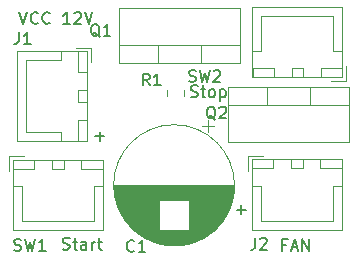
<source format=gbr>
%TF.GenerationSoftware,KiCad,Pcbnew,8.0.6-8.0.6-0~ubuntu24.04.1*%
%TF.CreationDate,2024-10-25T12:09:52+03:00*%
%TF.ProjectId,pss_v2_fan_block,7073735f-7632-45f6-9661-6e5f626c6f63,rev?*%
%TF.SameCoordinates,Original*%
%TF.FileFunction,Legend,Top*%
%TF.FilePolarity,Positive*%
%FSLAX46Y46*%
G04 Gerber Fmt 4.6, Leading zero omitted, Abs format (unit mm)*
G04 Created by KiCad (PCBNEW 8.0.6-8.0.6-0~ubuntu24.04.1) date 2024-10-25 12:09:52*
%MOMM*%
%LPD*%
G01*
G04 APERTURE LIST*
%ADD10C,0.150000*%
%ADD11C,0.120000*%
G04 APERTURE END LIST*
D10*
X74666667Y-79107200D02*
X74809524Y-79154819D01*
X74809524Y-79154819D02*
X75047619Y-79154819D01*
X75047619Y-79154819D02*
X75142857Y-79107200D01*
X75142857Y-79107200D02*
X75190476Y-79059580D01*
X75190476Y-79059580D02*
X75238095Y-78964342D01*
X75238095Y-78964342D02*
X75238095Y-78869104D01*
X75238095Y-78869104D02*
X75190476Y-78773866D01*
X75190476Y-78773866D02*
X75142857Y-78726247D01*
X75142857Y-78726247D02*
X75047619Y-78678628D01*
X75047619Y-78678628D02*
X74857143Y-78631009D01*
X74857143Y-78631009D02*
X74761905Y-78583390D01*
X74761905Y-78583390D02*
X74714286Y-78535771D01*
X74714286Y-78535771D02*
X74666667Y-78440533D01*
X74666667Y-78440533D02*
X74666667Y-78345295D01*
X74666667Y-78345295D02*
X74714286Y-78250057D01*
X74714286Y-78250057D02*
X74761905Y-78202438D01*
X74761905Y-78202438D02*
X74857143Y-78154819D01*
X74857143Y-78154819D02*
X75095238Y-78154819D01*
X75095238Y-78154819D02*
X75238095Y-78202438D01*
X75571429Y-78154819D02*
X75809524Y-79154819D01*
X75809524Y-79154819D02*
X76000000Y-78440533D01*
X76000000Y-78440533D02*
X76190476Y-79154819D01*
X76190476Y-79154819D02*
X76428572Y-78154819D01*
X76761905Y-78250057D02*
X76809524Y-78202438D01*
X76809524Y-78202438D02*
X76904762Y-78154819D01*
X76904762Y-78154819D02*
X77142857Y-78154819D01*
X77142857Y-78154819D02*
X77238095Y-78202438D01*
X77238095Y-78202438D02*
X77285714Y-78250057D01*
X77285714Y-78250057D02*
X77333333Y-78345295D01*
X77333333Y-78345295D02*
X77333333Y-78440533D01*
X77333333Y-78440533D02*
X77285714Y-78583390D01*
X77285714Y-78583390D02*
X76714286Y-79154819D01*
X76714286Y-79154819D02*
X77333333Y-79154819D01*
X74823809Y-80407200D02*
X74966666Y-80454819D01*
X74966666Y-80454819D02*
X75204761Y-80454819D01*
X75204761Y-80454819D02*
X75299999Y-80407200D01*
X75299999Y-80407200D02*
X75347618Y-80359580D01*
X75347618Y-80359580D02*
X75395237Y-80264342D01*
X75395237Y-80264342D02*
X75395237Y-80169104D01*
X75395237Y-80169104D02*
X75347618Y-80073866D01*
X75347618Y-80073866D02*
X75299999Y-80026247D01*
X75299999Y-80026247D02*
X75204761Y-79978628D01*
X75204761Y-79978628D02*
X75014285Y-79931009D01*
X75014285Y-79931009D02*
X74919047Y-79883390D01*
X74919047Y-79883390D02*
X74871428Y-79835771D01*
X74871428Y-79835771D02*
X74823809Y-79740533D01*
X74823809Y-79740533D02*
X74823809Y-79645295D01*
X74823809Y-79645295D02*
X74871428Y-79550057D01*
X74871428Y-79550057D02*
X74919047Y-79502438D01*
X74919047Y-79502438D02*
X75014285Y-79454819D01*
X75014285Y-79454819D02*
X75252380Y-79454819D01*
X75252380Y-79454819D02*
X75395237Y-79502438D01*
X75680952Y-79788152D02*
X76061904Y-79788152D01*
X75823809Y-79454819D02*
X75823809Y-80311961D01*
X75823809Y-80311961D02*
X75871428Y-80407200D01*
X75871428Y-80407200D02*
X75966666Y-80454819D01*
X75966666Y-80454819D02*
X76061904Y-80454819D01*
X76538095Y-80454819D02*
X76442857Y-80407200D01*
X76442857Y-80407200D02*
X76395238Y-80359580D01*
X76395238Y-80359580D02*
X76347619Y-80264342D01*
X76347619Y-80264342D02*
X76347619Y-79978628D01*
X76347619Y-79978628D02*
X76395238Y-79883390D01*
X76395238Y-79883390D02*
X76442857Y-79835771D01*
X76442857Y-79835771D02*
X76538095Y-79788152D01*
X76538095Y-79788152D02*
X76680952Y-79788152D01*
X76680952Y-79788152D02*
X76776190Y-79835771D01*
X76776190Y-79835771D02*
X76823809Y-79883390D01*
X76823809Y-79883390D02*
X76871428Y-79978628D01*
X76871428Y-79978628D02*
X76871428Y-80264342D01*
X76871428Y-80264342D02*
X76823809Y-80359580D01*
X76823809Y-80359580D02*
X76776190Y-80407200D01*
X76776190Y-80407200D02*
X76680952Y-80454819D01*
X76680952Y-80454819D02*
X76538095Y-80454819D01*
X77300000Y-79788152D02*
X77300000Y-80788152D01*
X77300000Y-79835771D02*
X77395238Y-79788152D01*
X77395238Y-79788152D02*
X77585714Y-79788152D01*
X77585714Y-79788152D02*
X77680952Y-79835771D01*
X77680952Y-79835771D02*
X77728571Y-79883390D01*
X77728571Y-79883390D02*
X77776190Y-79978628D01*
X77776190Y-79978628D02*
X77776190Y-80264342D01*
X77776190Y-80264342D02*
X77728571Y-80359580D01*
X77728571Y-80359580D02*
X77680952Y-80407200D01*
X77680952Y-80407200D02*
X77585714Y-80454819D01*
X77585714Y-80454819D02*
X77395238Y-80454819D01*
X77395238Y-80454819D02*
X77300000Y-80407200D01*
X59866667Y-93407200D02*
X60009524Y-93454819D01*
X60009524Y-93454819D02*
X60247619Y-93454819D01*
X60247619Y-93454819D02*
X60342857Y-93407200D01*
X60342857Y-93407200D02*
X60390476Y-93359580D01*
X60390476Y-93359580D02*
X60438095Y-93264342D01*
X60438095Y-93264342D02*
X60438095Y-93169104D01*
X60438095Y-93169104D02*
X60390476Y-93073866D01*
X60390476Y-93073866D02*
X60342857Y-93026247D01*
X60342857Y-93026247D02*
X60247619Y-92978628D01*
X60247619Y-92978628D02*
X60057143Y-92931009D01*
X60057143Y-92931009D02*
X59961905Y-92883390D01*
X59961905Y-92883390D02*
X59914286Y-92835771D01*
X59914286Y-92835771D02*
X59866667Y-92740533D01*
X59866667Y-92740533D02*
X59866667Y-92645295D01*
X59866667Y-92645295D02*
X59914286Y-92550057D01*
X59914286Y-92550057D02*
X59961905Y-92502438D01*
X59961905Y-92502438D02*
X60057143Y-92454819D01*
X60057143Y-92454819D02*
X60295238Y-92454819D01*
X60295238Y-92454819D02*
X60438095Y-92502438D01*
X60771429Y-92454819D02*
X61009524Y-93454819D01*
X61009524Y-93454819D02*
X61200000Y-92740533D01*
X61200000Y-92740533D02*
X61390476Y-93454819D01*
X61390476Y-93454819D02*
X61628572Y-92454819D01*
X62533333Y-93454819D02*
X61961905Y-93454819D01*
X62247619Y-93454819D02*
X62247619Y-92454819D01*
X62247619Y-92454819D02*
X62152381Y-92597676D01*
X62152381Y-92597676D02*
X62057143Y-92692914D01*
X62057143Y-92692914D02*
X61961905Y-92740533D01*
X63980952Y-93307200D02*
X64123809Y-93354819D01*
X64123809Y-93354819D02*
X64361904Y-93354819D01*
X64361904Y-93354819D02*
X64457142Y-93307200D01*
X64457142Y-93307200D02*
X64504761Y-93259580D01*
X64504761Y-93259580D02*
X64552380Y-93164342D01*
X64552380Y-93164342D02*
X64552380Y-93069104D01*
X64552380Y-93069104D02*
X64504761Y-92973866D01*
X64504761Y-92973866D02*
X64457142Y-92926247D01*
X64457142Y-92926247D02*
X64361904Y-92878628D01*
X64361904Y-92878628D02*
X64171428Y-92831009D01*
X64171428Y-92831009D02*
X64076190Y-92783390D01*
X64076190Y-92783390D02*
X64028571Y-92735771D01*
X64028571Y-92735771D02*
X63980952Y-92640533D01*
X63980952Y-92640533D02*
X63980952Y-92545295D01*
X63980952Y-92545295D02*
X64028571Y-92450057D01*
X64028571Y-92450057D02*
X64076190Y-92402438D01*
X64076190Y-92402438D02*
X64171428Y-92354819D01*
X64171428Y-92354819D02*
X64409523Y-92354819D01*
X64409523Y-92354819D02*
X64552380Y-92402438D01*
X64838095Y-92688152D02*
X65219047Y-92688152D01*
X64980952Y-92354819D02*
X64980952Y-93211961D01*
X64980952Y-93211961D02*
X65028571Y-93307200D01*
X65028571Y-93307200D02*
X65123809Y-93354819D01*
X65123809Y-93354819D02*
X65219047Y-93354819D01*
X65980952Y-93354819D02*
X65980952Y-92831009D01*
X65980952Y-92831009D02*
X65933333Y-92735771D01*
X65933333Y-92735771D02*
X65838095Y-92688152D01*
X65838095Y-92688152D02*
X65647619Y-92688152D01*
X65647619Y-92688152D02*
X65552381Y-92735771D01*
X65980952Y-93307200D02*
X65885714Y-93354819D01*
X65885714Y-93354819D02*
X65647619Y-93354819D01*
X65647619Y-93354819D02*
X65552381Y-93307200D01*
X65552381Y-93307200D02*
X65504762Y-93211961D01*
X65504762Y-93211961D02*
X65504762Y-93116723D01*
X65504762Y-93116723D02*
X65552381Y-93021485D01*
X65552381Y-93021485D02*
X65647619Y-92973866D01*
X65647619Y-92973866D02*
X65885714Y-92973866D01*
X65885714Y-92973866D02*
X65980952Y-92926247D01*
X66457143Y-93354819D02*
X66457143Y-92688152D01*
X66457143Y-92878628D02*
X66504762Y-92783390D01*
X66504762Y-92783390D02*
X66552381Y-92735771D01*
X66552381Y-92735771D02*
X66647619Y-92688152D01*
X66647619Y-92688152D02*
X66742857Y-92688152D01*
X66933334Y-92688152D02*
X67314286Y-92688152D01*
X67076191Y-92354819D02*
X67076191Y-93211961D01*
X67076191Y-93211961D02*
X67123810Y-93307200D01*
X67123810Y-93307200D02*
X67219048Y-93354819D01*
X67219048Y-93354819D02*
X67314286Y-93354819D01*
X71333333Y-79454819D02*
X71000000Y-78978628D01*
X70761905Y-79454819D02*
X70761905Y-78454819D01*
X70761905Y-78454819D02*
X71142857Y-78454819D01*
X71142857Y-78454819D02*
X71238095Y-78502438D01*
X71238095Y-78502438D02*
X71285714Y-78550057D01*
X71285714Y-78550057D02*
X71333333Y-78645295D01*
X71333333Y-78645295D02*
X71333333Y-78788152D01*
X71333333Y-78788152D02*
X71285714Y-78883390D01*
X71285714Y-78883390D02*
X71238095Y-78931009D01*
X71238095Y-78931009D02*
X71142857Y-78978628D01*
X71142857Y-78978628D02*
X70761905Y-78978628D01*
X72285714Y-79454819D02*
X71714286Y-79454819D01*
X72000000Y-79454819D02*
X72000000Y-78454819D01*
X72000000Y-78454819D02*
X71904762Y-78597676D01*
X71904762Y-78597676D02*
X71809524Y-78692914D01*
X71809524Y-78692914D02*
X71714286Y-78740533D01*
X76904761Y-82350057D02*
X76809523Y-82302438D01*
X76809523Y-82302438D02*
X76714285Y-82207200D01*
X76714285Y-82207200D02*
X76571428Y-82064342D01*
X76571428Y-82064342D02*
X76476190Y-82016723D01*
X76476190Y-82016723D02*
X76380952Y-82016723D01*
X76428571Y-82254819D02*
X76333333Y-82207200D01*
X76333333Y-82207200D02*
X76238095Y-82111961D01*
X76238095Y-82111961D02*
X76190476Y-81921485D01*
X76190476Y-81921485D02*
X76190476Y-81588152D01*
X76190476Y-81588152D02*
X76238095Y-81397676D01*
X76238095Y-81397676D02*
X76333333Y-81302438D01*
X76333333Y-81302438D02*
X76428571Y-81254819D01*
X76428571Y-81254819D02*
X76619047Y-81254819D01*
X76619047Y-81254819D02*
X76714285Y-81302438D01*
X76714285Y-81302438D02*
X76809523Y-81397676D01*
X76809523Y-81397676D02*
X76857142Y-81588152D01*
X76857142Y-81588152D02*
X76857142Y-81921485D01*
X76857142Y-81921485D02*
X76809523Y-82111961D01*
X76809523Y-82111961D02*
X76714285Y-82207200D01*
X76714285Y-82207200D02*
X76619047Y-82254819D01*
X76619047Y-82254819D02*
X76428571Y-82254819D01*
X77238095Y-81350057D02*
X77285714Y-81302438D01*
X77285714Y-81302438D02*
X77380952Y-81254819D01*
X77380952Y-81254819D02*
X77619047Y-81254819D01*
X77619047Y-81254819D02*
X77714285Y-81302438D01*
X77714285Y-81302438D02*
X77761904Y-81350057D01*
X77761904Y-81350057D02*
X77809523Y-81445295D01*
X77809523Y-81445295D02*
X77809523Y-81540533D01*
X77809523Y-81540533D02*
X77761904Y-81683390D01*
X77761904Y-81683390D02*
X77190476Y-82254819D01*
X77190476Y-82254819D02*
X77809523Y-82254819D01*
X67104761Y-75350057D02*
X67009523Y-75302438D01*
X67009523Y-75302438D02*
X66914285Y-75207200D01*
X66914285Y-75207200D02*
X66771428Y-75064342D01*
X66771428Y-75064342D02*
X66676190Y-75016723D01*
X66676190Y-75016723D02*
X66580952Y-75016723D01*
X66628571Y-75254819D02*
X66533333Y-75207200D01*
X66533333Y-75207200D02*
X66438095Y-75111961D01*
X66438095Y-75111961D02*
X66390476Y-74921485D01*
X66390476Y-74921485D02*
X66390476Y-74588152D01*
X66390476Y-74588152D02*
X66438095Y-74397676D01*
X66438095Y-74397676D02*
X66533333Y-74302438D01*
X66533333Y-74302438D02*
X66628571Y-74254819D01*
X66628571Y-74254819D02*
X66819047Y-74254819D01*
X66819047Y-74254819D02*
X66914285Y-74302438D01*
X66914285Y-74302438D02*
X67009523Y-74397676D01*
X67009523Y-74397676D02*
X67057142Y-74588152D01*
X67057142Y-74588152D02*
X67057142Y-74921485D01*
X67057142Y-74921485D02*
X67009523Y-75111961D01*
X67009523Y-75111961D02*
X66914285Y-75207200D01*
X66914285Y-75207200D02*
X66819047Y-75254819D01*
X66819047Y-75254819D02*
X66628571Y-75254819D01*
X68009523Y-75254819D02*
X67438095Y-75254819D01*
X67723809Y-75254819D02*
X67723809Y-74254819D01*
X67723809Y-74254819D02*
X67628571Y-74397676D01*
X67628571Y-74397676D02*
X67533333Y-74492914D01*
X67533333Y-74492914D02*
X67438095Y-74540533D01*
X80266666Y-92354819D02*
X80266666Y-93069104D01*
X80266666Y-93069104D02*
X80219047Y-93211961D01*
X80219047Y-93211961D02*
X80123809Y-93307200D01*
X80123809Y-93307200D02*
X79980952Y-93354819D01*
X79980952Y-93354819D02*
X79885714Y-93354819D01*
X80695238Y-92450057D02*
X80742857Y-92402438D01*
X80742857Y-92402438D02*
X80838095Y-92354819D01*
X80838095Y-92354819D02*
X81076190Y-92354819D01*
X81076190Y-92354819D02*
X81171428Y-92402438D01*
X81171428Y-92402438D02*
X81219047Y-92450057D01*
X81219047Y-92450057D02*
X81266666Y-92545295D01*
X81266666Y-92545295D02*
X81266666Y-92640533D01*
X81266666Y-92640533D02*
X81219047Y-92783390D01*
X81219047Y-92783390D02*
X80647619Y-93354819D01*
X80647619Y-93354819D02*
X81266666Y-93354819D01*
X82890476Y-92931009D02*
X82557143Y-92931009D01*
X82557143Y-93454819D02*
X82557143Y-92454819D01*
X82557143Y-92454819D02*
X83033333Y-92454819D01*
X83366667Y-93169104D02*
X83842857Y-93169104D01*
X83271429Y-93454819D02*
X83604762Y-92454819D01*
X83604762Y-92454819D02*
X83938095Y-93454819D01*
X84271429Y-93454819D02*
X84271429Y-92454819D01*
X84271429Y-92454819D02*
X84842857Y-93454819D01*
X84842857Y-93454819D02*
X84842857Y-92454819D01*
X78719048Y-89973866D02*
X79480953Y-89973866D01*
X79100000Y-90354819D02*
X79100000Y-89592914D01*
X60266666Y-74954819D02*
X60266666Y-75669104D01*
X60266666Y-75669104D02*
X60219047Y-75811961D01*
X60219047Y-75811961D02*
X60123809Y-75907200D01*
X60123809Y-75907200D02*
X59980952Y-75954819D01*
X59980952Y-75954819D02*
X59885714Y-75954819D01*
X61266666Y-75954819D02*
X60695238Y-75954819D01*
X60980952Y-75954819D02*
X60980952Y-74954819D01*
X60980952Y-74954819D02*
X60885714Y-75097676D01*
X60885714Y-75097676D02*
X60790476Y-75192914D01*
X60790476Y-75192914D02*
X60695238Y-75240533D01*
X60304762Y-73254819D02*
X60638095Y-74254819D01*
X60638095Y-74254819D02*
X60971428Y-73254819D01*
X61876190Y-74159580D02*
X61828571Y-74207200D01*
X61828571Y-74207200D02*
X61685714Y-74254819D01*
X61685714Y-74254819D02*
X61590476Y-74254819D01*
X61590476Y-74254819D02*
X61447619Y-74207200D01*
X61447619Y-74207200D02*
X61352381Y-74111961D01*
X61352381Y-74111961D02*
X61304762Y-74016723D01*
X61304762Y-74016723D02*
X61257143Y-73826247D01*
X61257143Y-73826247D02*
X61257143Y-73683390D01*
X61257143Y-73683390D02*
X61304762Y-73492914D01*
X61304762Y-73492914D02*
X61352381Y-73397676D01*
X61352381Y-73397676D02*
X61447619Y-73302438D01*
X61447619Y-73302438D02*
X61590476Y-73254819D01*
X61590476Y-73254819D02*
X61685714Y-73254819D01*
X61685714Y-73254819D02*
X61828571Y-73302438D01*
X61828571Y-73302438D02*
X61876190Y-73350057D01*
X62876190Y-74159580D02*
X62828571Y-74207200D01*
X62828571Y-74207200D02*
X62685714Y-74254819D01*
X62685714Y-74254819D02*
X62590476Y-74254819D01*
X62590476Y-74254819D02*
X62447619Y-74207200D01*
X62447619Y-74207200D02*
X62352381Y-74111961D01*
X62352381Y-74111961D02*
X62304762Y-74016723D01*
X62304762Y-74016723D02*
X62257143Y-73826247D01*
X62257143Y-73826247D02*
X62257143Y-73683390D01*
X62257143Y-73683390D02*
X62304762Y-73492914D01*
X62304762Y-73492914D02*
X62352381Y-73397676D01*
X62352381Y-73397676D02*
X62447619Y-73302438D01*
X62447619Y-73302438D02*
X62590476Y-73254819D01*
X62590476Y-73254819D02*
X62685714Y-73254819D01*
X62685714Y-73254819D02*
X62828571Y-73302438D01*
X62828571Y-73302438D02*
X62876190Y-73350057D01*
X64590476Y-74254819D02*
X64019048Y-74254819D01*
X64304762Y-74254819D02*
X64304762Y-73254819D01*
X64304762Y-73254819D02*
X64209524Y-73397676D01*
X64209524Y-73397676D02*
X64114286Y-73492914D01*
X64114286Y-73492914D02*
X64019048Y-73540533D01*
X64971429Y-73350057D02*
X65019048Y-73302438D01*
X65019048Y-73302438D02*
X65114286Y-73254819D01*
X65114286Y-73254819D02*
X65352381Y-73254819D01*
X65352381Y-73254819D02*
X65447619Y-73302438D01*
X65447619Y-73302438D02*
X65495238Y-73350057D01*
X65495238Y-73350057D02*
X65542857Y-73445295D01*
X65542857Y-73445295D02*
X65542857Y-73540533D01*
X65542857Y-73540533D02*
X65495238Y-73683390D01*
X65495238Y-73683390D02*
X64923810Y-74254819D01*
X64923810Y-74254819D02*
X65542857Y-74254819D01*
X65828572Y-73254819D02*
X66161905Y-74254819D01*
X66161905Y-74254819D02*
X66495238Y-73254819D01*
X66719048Y-83773866D02*
X67480953Y-83773866D01*
X67100000Y-84154819D02*
X67100000Y-83392914D01*
X70033333Y-93459580D02*
X69985714Y-93507200D01*
X69985714Y-93507200D02*
X69842857Y-93554819D01*
X69842857Y-93554819D02*
X69747619Y-93554819D01*
X69747619Y-93554819D02*
X69604762Y-93507200D01*
X69604762Y-93507200D02*
X69509524Y-93411961D01*
X69509524Y-93411961D02*
X69461905Y-93316723D01*
X69461905Y-93316723D02*
X69414286Y-93126247D01*
X69414286Y-93126247D02*
X69414286Y-92983390D01*
X69414286Y-92983390D02*
X69461905Y-92792914D01*
X69461905Y-92792914D02*
X69509524Y-92697676D01*
X69509524Y-92697676D02*
X69604762Y-92602438D01*
X69604762Y-92602438D02*
X69747619Y-92554819D01*
X69747619Y-92554819D02*
X69842857Y-92554819D01*
X69842857Y-92554819D02*
X69985714Y-92602438D01*
X69985714Y-92602438D02*
X70033333Y-92650057D01*
X70985714Y-93554819D02*
X70414286Y-93554819D01*
X70700000Y-93554819D02*
X70700000Y-92554819D01*
X70700000Y-92554819D02*
X70604762Y-92697676D01*
X70604762Y-92697676D02*
X70509524Y-92792914D01*
X70509524Y-92792914D02*
X70414286Y-92840533D01*
D11*
%TO.C,SW2*%
X87950000Y-79050000D02*
X87950000Y-77800000D01*
X87660000Y-78760000D02*
X87660000Y-72790000D01*
X87660000Y-72790000D02*
X80040000Y-72790000D01*
X87650000Y-78750000D02*
X87650000Y-78000000D01*
X87650000Y-78000000D02*
X85850000Y-78000000D01*
X87650000Y-76500000D02*
X86900000Y-76500000D01*
X86900000Y-76500000D02*
X86900000Y-73550000D01*
X86900000Y-73550000D02*
X83850000Y-73550000D01*
X86700000Y-79050000D02*
X87950000Y-79050000D01*
X85850000Y-78750000D02*
X87650000Y-78750000D01*
X85850000Y-78000000D02*
X85850000Y-78750000D01*
X84350000Y-78750000D02*
X84350000Y-78000000D01*
X84350000Y-78000000D02*
X83350000Y-78000000D01*
X83350000Y-78750000D02*
X84350000Y-78750000D01*
X83350000Y-78000000D02*
X83350000Y-78750000D01*
X81850000Y-78750000D02*
X81850000Y-78000000D01*
X81850000Y-78000000D02*
X80050000Y-78000000D01*
X80800000Y-76500000D02*
X80800000Y-73550000D01*
X80800000Y-73550000D02*
X83850000Y-73550000D01*
X80050000Y-78750000D02*
X81850000Y-78750000D01*
X80050000Y-78000000D02*
X80050000Y-78750000D01*
X80050000Y-76500000D02*
X80800000Y-76500000D01*
X80040000Y-78760000D02*
X87660000Y-78760000D01*
X80040000Y-72790000D02*
X80040000Y-78760000D01*
%TO.C,SW1*%
X59450000Y-85450000D02*
X59450000Y-86700000D01*
X59740000Y-85740000D02*
X59740000Y-91710000D01*
X59740000Y-91710000D02*
X67360000Y-91710000D01*
X59750000Y-85750000D02*
X59750000Y-86500000D01*
X59750000Y-86500000D02*
X61550000Y-86500000D01*
X59750000Y-88000000D02*
X60500000Y-88000000D01*
X60500000Y-88000000D02*
X60500000Y-90950000D01*
X60500000Y-90950000D02*
X63550000Y-90950000D01*
X60700000Y-85450000D02*
X59450000Y-85450000D01*
X61550000Y-85750000D02*
X59750000Y-85750000D01*
X61550000Y-86500000D02*
X61550000Y-85750000D01*
X63050000Y-85750000D02*
X63050000Y-86500000D01*
X63050000Y-86500000D02*
X64050000Y-86500000D01*
X64050000Y-85750000D02*
X63050000Y-85750000D01*
X64050000Y-86500000D02*
X64050000Y-85750000D01*
X65550000Y-85750000D02*
X65550000Y-86500000D01*
X65550000Y-86500000D02*
X67350000Y-86500000D01*
X66600000Y-88000000D02*
X66600000Y-90950000D01*
X66600000Y-90950000D02*
X63550000Y-90950000D01*
X67350000Y-85750000D02*
X65550000Y-85750000D01*
X67350000Y-86500000D02*
X67350000Y-85750000D01*
X67350000Y-88000000D02*
X66600000Y-88000000D01*
X67360000Y-85740000D02*
X59740000Y-85740000D01*
X67360000Y-91710000D02*
X67360000Y-85740000D01*
%TO.C,R1*%
X72765000Y-80314564D02*
X72765000Y-79860436D01*
X74235000Y-80314564D02*
X74235000Y-79860436D01*
%TO.C,Q2*%
X77980000Y-79630000D02*
X77980000Y-84271000D01*
X77980000Y-79630000D02*
X88220000Y-79630000D01*
X77980000Y-81140000D02*
X88220000Y-81140000D01*
X77980000Y-84271000D02*
X88220000Y-84271000D01*
X81250000Y-79630000D02*
X81250000Y-81140000D01*
X84951000Y-79630000D02*
X84951000Y-81140000D01*
X88220000Y-79630000D02*
X88220000Y-84271000D01*
%TO.C,Q1*%
X78980000Y-77570000D02*
X78980000Y-72929000D01*
X78980000Y-77570000D02*
X68740000Y-77570000D01*
X78980000Y-76060000D02*
X68740000Y-76060000D01*
X78980000Y-72929000D02*
X68740000Y-72929000D01*
X75710000Y-77570000D02*
X75710000Y-76060000D01*
X72009000Y-77570000D02*
X72009000Y-76060000D01*
X68740000Y-77570000D02*
X68740000Y-72929000D01*
%TO.C,J2*%
X79700000Y-85425000D02*
X79700000Y-86675000D01*
X79990000Y-85715000D02*
X79990000Y-91685000D01*
X79990000Y-91685000D02*
X87610000Y-91685000D01*
X80000000Y-85725000D02*
X80000000Y-86475000D01*
X80000000Y-86475000D02*
X81800000Y-86475000D01*
X80000000Y-87975000D02*
X80750000Y-87975000D01*
X80750000Y-87975000D02*
X80750000Y-90925000D01*
X80750000Y-90925000D02*
X83800000Y-90925000D01*
X80950000Y-85425000D02*
X79700000Y-85425000D01*
X81800000Y-85725000D02*
X80000000Y-85725000D01*
X81800000Y-86475000D02*
X81800000Y-85725000D01*
X83300000Y-85725000D02*
X83300000Y-86475000D01*
X83300000Y-86475000D02*
X84300000Y-86475000D01*
X84300000Y-85725000D02*
X83300000Y-85725000D01*
X84300000Y-86475000D02*
X84300000Y-85725000D01*
X85800000Y-85725000D02*
X85800000Y-86475000D01*
X85800000Y-86475000D02*
X87600000Y-86475000D01*
X86850000Y-87975000D02*
X86850000Y-90925000D01*
X86850000Y-90925000D02*
X83800000Y-90925000D01*
X87600000Y-85725000D02*
X85800000Y-85725000D01*
X87600000Y-86475000D02*
X87600000Y-85725000D01*
X87600000Y-87975000D02*
X86850000Y-87975000D01*
X87610000Y-85715000D02*
X79990000Y-85715000D01*
X87610000Y-91685000D02*
X87610000Y-85715000D01*
%TO.C,J1*%
X66350000Y-76250000D02*
X65100000Y-76250000D01*
X66060000Y-76540000D02*
X60090000Y-76540000D01*
X60090000Y-76540000D02*
X60090000Y-84160000D01*
X66050000Y-76550000D02*
X65300000Y-76550000D01*
X65300000Y-76550000D02*
X65300000Y-78350000D01*
X63800000Y-76550000D02*
X63800000Y-77300000D01*
X63800000Y-77300000D02*
X60850000Y-77300000D01*
X60850000Y-77300000D02*
X60850000Y-80350000D01*
X66350000Y-77500000D02*
X66350000Y-76250000D01*
X66050000Y-78350000D02*
X66050000Y-76550000D01*
X65300000Y-78350000D02*
X66050000Y-78350000D01*
X66050000Y-79850000D02*
X65300000Y-79850000D01*
X65300000Y-79850000D02*
X65300000Y-80850000D01*
X66050000Y-80850000D02*
X66050000Y-79850000D01*
X65300000Y-80850000D02*
X66050000Y-80850000D01*
X66050000Y-82350000D02*
X65300000Y-82350000D01*
X65300000Y-82350000D02*
X65300000Y-84150000D01*
X63800000Y-83400000D02*
X60850000Y-83400000D01*
X60850000Y-83400000D02*
X60850000Y-80350000D01*
X66050000Y-84150000D02*
X66050000Y-82350000D01*
X65300000Y-84150000D02*
X66050000Y-84150000D01*
X63800000Y-84150000D02*
X63800000Y-83400000D01*
X66060000Y-84160000D02*
X66060000Y-76540000D01*
X60090000Y-84160000D02*
X66060000Y-84160000D01*
%TO.C,C1*%
X76275000Y-82420354D02*
X76275000Y-83420354D01*
X76775000Y-82920354D02*
X75775000Y-82920354D01*
X78480000Y-87900000D02*
X68320000Y-87900000D01*
X78480000Y-87940000D02*
X68320000Y-87940000D01*
X78480000Y-87980000D02*
X68320000Y-87980000D01*
X78479000Y-88020000D02*
X68321000Y-88020000D01*
X78478000Y-88060000D02*
X68322000Y-88060000D01*
X78477000Y-88100000D02*
X68323000Y-88100000D01*
X78475000Y-88140000D02*
X68325000Y-88140000D01*
X78473000Y-88180000D02*
X68327000Y-88180000D01*
X78470000Y-88220000D02*
X68330000Y-88220000D01*
X78468000Y-88260000D02*
X68332000Y-88260000D01*
X78465000Y-88300000D02*
X68335000Y-88300000D01*
X78462000Y-88340000D02*
X68338000Y-88340000D01*
X78458000Y-88380000D02*
X68342000Y-88380000D01*
X78454000Y-88420000D02*
X68346000Y-88420000D01*
X78450000Y-88460000D02*
X68350000Y-88460000D01*
X78445000Y-88500000D02*
X68355000Y-88500000D01*
X78440000Y-88540000D02*
X68360000Y-88540000D01*
X78435000Y-88580000D02*
X68365000Y-88580000D01*
X78430000Y-88621000D02*
X68370000Y-88621000D01*
X78424000Y-88661000D02*
X68376000Y-88661000D01*
X78418000Y-88701000D02*
X68382000Y-88701000D01*
X78411000Y-88741000D02*
X68389000Y-88741000D01*
X78404000Y-88781000D02*
X68396000Y-88781000D01*
X78397000Y-88821000D02*
X68403000Y-88821000D01*
X78390000Y-88861000D02*
X68410000Y-88861000D01*
X78382000Y-88901000D02*
X68418000Y-88901000D01*
X78374000Y-88941000D02*
X68426000Y-88941000D01*
X78365000Y-88981000D02*
X68435000Y-88981000D01*
X78356000Y-89021000D02*
X68444000Y-89021000D01*
X78347000Y-89061000D02*
X68453000Y-89061000D01*
X78338000Y-89101000D02*
X68462000Y-89101000D01*
X78328000Y-89141000D02*
X68472000Y-89141000D01*
X78318000Y-89181000D02*
X74641000Y-89181000D01*
X72159000Y-89181000D02*
X68482000Y-89181000D01*
X78307000Y-89221000D02*
X74641000Y-89221000D01*
X72159000Y-89221000D02*
X68493000Y-89221000D01*
X78297000Y-89261000D02*
X74641000Y-89261000D01*
X72159000Y-89261000D02*
X68503000Y-89261000D01*
X78285000Y-89301000D02*
X74641000Y-89301000D01*
X72159000Y-89301000D02*
X68515000Y-89301000D01*
X78274000Y-89341000D02*
X74641000Y-89341000D01*
X72159000Y-89341000D02*
X68526000Y-89341000D01*
X78262000Y-89381000D02*
X74641000Y-89381000D01*
X72159000Y-89381000D02*
X68538000Y-89381000D01*
X78250000Y-89421000D02*
X74641000Y-89421000D01*
X72159000Y-89421000D02*
X68550000Y-89421000D01*
X78237000Y-89461000D02*
X74641000Y-89461000D01*
X72159000Y-89461000D02*
X68563000Y-89461000D01*
X78224000Y-89501000D02*
X74641000Y-89501000D01*
X72159000Y-89501000D02*
X68576000Y-89501000D01*
X78211000Y-89541000D02*
X74641000Y-89541000D01*
X72159000Y-89541000D02*
X68589000Y-89541000D01*
X78197000Y-89581000D02*
X74641000Y-89581000D01*
X72159000Y-89581000D02*
X68603000Y-89581000D01*
X78183000Y-89621000D02*
X74641000Y-89621000D01*
X72159000Y-89621000D02*
X68617000Y-89621000D01*
X78168000Y-89661000D02*
X74641000Y-89661000D01*
X72159000Y-89661000D02*
X68632000Y-89661000D01*
X78154000Y-89701000D02*
X74641000Y-89701000D01*
X72159000Y-89701000D02*
X68646000Y-89701000D01*
X78138000Y-89741000D02*
X74641000Y-89741000D01*
X72159000Y-89741000D02*
X68662000Y-89741000D01*
X78123000Y-89781000D02*
X74641000Y-89781000D01*
X72159000Y-89781000D02*
X68677000Y-89781000D01*
X78107000Y-89821000D02*
X74641000Y-89821000D01*
X72159000Y-89821000D02*
X68693000Y-89821000D01*
X78090000Y-89861000D02*
X74641000Y-89861000D01*
X72159000Y-89861000D02*
X68710000Y-89861000D01*
X78074000Y-89901000D02*
X74641000Y-89901000D01*
X72159000Y-89901000D02*
X68726000Y-89901000D01*
X78057000Y-89941000D02*
X74641000Y-89941000D01*
X72159000Y-89941000D02*
X68743000Y-89941000D01*
X78039000Y-89981000D02*
X74641000Y-89981000D01*
X72159000Y-89981000D02*
X68761000Y-89981000D01*
X78021000Y-90021000D02*
X74641000Y-90021000D01*
X72159000Y-90021000D02*
X68779000Y-90021000D01*
X78003000Y-90061000D02*
X74641000Y-90061000D01*
X72159000Y-90061000D02*
X68797000Y-90061000D01*
X77984000Y-90101000D02*
X74641000Y-90101000D01*
X72159000Y-90101000D02*
X68816000Y-90101000D01*
X77964000Y-90141000D02*
X74641000Y-90141000D01*
X72159000Y-90141000D02*
X68836000Y-90141000D01*
X77945000Y-90181000D02*
X74641000Y-90181000D01*
X72159000Y-90181000D02*
X68855000Y-90181000D01*
X77925000Y-90221000D02*
X74641000Y-90221000D01*
X72159000Y-90221000D02*
X68875000Y-90221000D01*
X77904000Y-90261000D02*
X74641000Y-90261000D01*
X72159000Y-90261000D02*
X68896000Y-90261000D01*
X77883000Y-90301000D02*
X74641000Y-90301000D01*
X72159000Y-90301000D02*
X68917000Y-90301000D01*
X77862000Y-90341000D02*
X74641000Y-90341000D01*
X72159000Y-90341000D02*
X68938000Y-90341000D01*
X77840000Y-90381000D02*
X74641000Y-90381000D01*
X72159000Y-90381000D02*
X68960000Y-90381000D01*
X77817000Y-90421000D02*
X74641000Y-90421000D01*
X72159000Y-90421000D02*
X68983000Y-90421000D01*
X77795000Y-90461000D02*
X74641000Y-90461000D01*
X72159000Y-90461000D02*
X69005000Y-90461000D01*
X77771000Y-90501000D02*
X74641000Y-90501000D01*
X72159000Y-90501000D02*
X69029000Y-90501000D01*
X77747000Y-90541000D02*
X74641000Y-90541000D01*
X72159000Y-90541000D02*
X69053000Y-90541000D01*
X77723000Y-90581000D02*
X74641000Y-90581000D01*
X72159000Y-90581000D02*
X69077000Y-90581000D01*
X77698000Y-90621000D02*
X74641000Y-90621000D01*
X72159000Y-90621000D02*
X69102000Y-90621000D01*
X77673000Y-90661000D02*
X74641000Y-90661000D01*
X72159000Y-90661000D02*
X69127000Y-90661000D01*
X77647000Y-90701000D02*
X74641000Y-90701000D01*
X72159000Y-90701000D02*
X69153000Y-90701000D01*
X77621000Y-90741000D02*
X74641000Y-90741000D01*
X72159000Y-90741000D02*
X69179000Y-90741000D01*
X77594000Y-90781000D02*
X74641000Y-90781000D01*
X72159000Y-90781000D02*
X69206000Y-90781000D01*
X77566000Y-90821000D02*
X74641000Y-90821000D01*
X72159000Y-90821000D02*
X69234000Y-90821000D01*
X77538000Y-90861000D02*
X74641000Y-90861000D01*
X72159000Y-90861000D02*
X69262000Y-90861000D01*
X77510000Y-90901000D02*
X74641000Y-90901000D01*
X72159000Y-90901000D02*
X69290000Y-90901000D01*
X77480000Y-90941000D02*
X74641000Y-90941000D01*
X72159000Y-90941000D02*
X69320000Y-90941000D01*
X77450000Y-90981000D02*
X74641000Y-90981000D01*
X72159000Y-90981000D02*
X69350000Y-90981000D01*
X77420000Y-91021000D02*
X74641000Y-91021000D01*
X72159000Y-91021000D02*
X69380000Y-91021000D01*
X77389000Y-91061000D02*
X74641000Y-91061000D01*
X72159000Y-91061000D02*
X69411000Y-91061000D01*
X77357000Y-91101000D02*
X74641000Y-91101000D01*
X72159000Y-91101000D02*
X69443000Y-91101000D01*
X77325000Y-91141000D02*
X74641000Y-91141000D01*
X72159000Y-91141000D02*
X69475000Y-91141000D01*
X77292000Y-91181000D02*
X74641000Y-91181000D01*
X72159000Y-91181000D02*
X69508000Y-91181000D01*
X77258000Y-91221000D02*
X74641000Y-91221000D01*
X72159000Y-91221000D02*
X69542000Y-91221000D01*
X77224000Y-91261000D02*
X74641000Y-91261000D01*
X72159000Y-91261000D02*
X69576000Y-91261000D01*
X77189000Y-91301000D02*
X74641000Y-91301000D01*
X72159000Y-91301000D02*
X69611000Y-91301000D01*
X77153000Y-91341000D02*
X74641000Y-91341000D01*
X72159000Y-91341000D02*
X69647000Y-91341000D01*
X77116000Y-91381000D02*
X74641000Y-91381000D01*
X72159000Y-91381000D02*
X69684000Y-91381000D01*
X77079000Y-91421000D02*
X74641000Y-91421000D01*
X72159000Y-91421000D02*
X69721000Y-91421000D01*
X77040000Y-91461000D02*
X74641000Y-91461000D01*
X72159000Y-91461000D02*
X69760000Y-91461000D01*
X77001000Y-91501000D02*
X74641000Y-91501000D01*
X72159000Y-91501000D02*
X69799000Y-91501000D01*
X76961000Y-91541000D02*
X74641000Y-91541000D01*
X72159000Y-91541000D02*
X69839000Y-91541000D01*
X76920000Y-91581000D02*
X74641000Y-91581000D01*
X72159000Y-91581000D02*
X69880000Y-91581000D01*
X76878000Y-91621000D02*
X74641000Y-91621000D01*
X72159000Y-91621000D02*
X69922000Y-91621000D01*
X76836000Y-91661000D02*
X69964000Y-91661000D01*
X76792000Y-91701000D02*
X70008000Y-91701000D01*
X76747000Y-91741000D02*
X70053000Y-91741000D01*
X76701000Y-91781000D02*
X70099000Y-91781000D01*
X76654000Y-91821000D02*
X70146000Y-91821000D01*
X76606000Y-91861000D02*
X70194000Y-91861000D01*
X76556000Y-91901000D02*
X70244000Y-91901000D01*
X76506000Y-91941000D02*
X70294000Y-91941000D01*
X76454000Y-91981000D02*
X70346000Y-91981000D01*
X76400000Y-92021000D02*
X70400000Y-92021000D01*
X76345000Y-92061000D02*
X70455000Y-92061000D01*
X76289000Y-92101000D02*
X70511000Y-92101000D01*
X76230000Y-92141000D02*
X70570000Y-92141000D01*
X76170000Y-92181000D02*
X70630000Y-92181000D01*
X76109000Y-92221000D02*
X70691000Y-92221000D01*
X76045000Y-92261000D02*
X70755000Y-92261000D01*
X75979000Y-92301000D02*
X70821000Y-92301000D01*
X75910000Y-92341000D02*
X70890000Y-92341000D01*
X75839000Y-92381000D02*
X70961000Y-92381000D01*
X75765000Y-92421000D02*
X71035000Y-92421000D01*
X75689000Y-92461000D02*
X71111000Y-92461000D01*
X75609000Y-92501000D02*
X71191000Y-92501000D01*
X75525000Y-92541000D02*
X71275000Y-92541000D01*
X75437000Y-92581000D02*
X71363000Y-92581000D01*
X75344000Y-92621000D02*
X71456000Y-92621000D01*
X75246000Y-92661000D02*
X71554000Y-92661000D01*
X75142000Y-92701000D02*
X71658000Y-92701000D01*
X75030000Y-92741000D02*
X71770000Y-92741000D01*
X74910000Y-92781000D02*
X71890000Y-92781000D01*
X74778000Y-92821000D02*
X72022000Y-92821000D01*
X74630000Y-92861000D02*
X72170000Y-92861000D01*
X74462000Y-92901000D02*
X72338000Y-92901000D01*
X74262000Y-92941000D02*
X72538000Y-92941000D01*
X73999000Y-92981000D02*
X72801000Y-92981000D01*
X78520000Y-87900000D02*
G75*
G02*
X68280000Y-87900000I-5120000J0D01*
G01*
X68280000Y-87900000D02*
G75*
G02*
X78520000Y-87900000I5120000J0D01*
G01*
%TD*%
M02*

</source>
